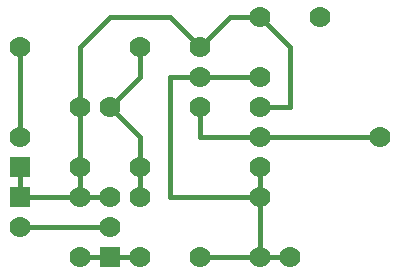
<source format=gbl>
G75*
%MOIN*%
%OFA0B0*%
%FSLAX25Y25*%
%IPPOS*%
%LPD*%
%AMOC8*
5,1,8,0,0,1.08239X$1,22.5*
%
%ADD10R,0.07000X0.07000*%
%ADD11C,0.07000*%
%ADD12C,0.01600*%
D10*
X0041236Y0011236D03*
X0011236Y0031236D03*
X0011236Y0041236D03*
D11*
X0011236Y0021236D03*
X0031236Y0011236D03*
X0041236Y0021236D03*
X0041236Y0031236D03*
X0031236Y0031236D03*
X0031236Y0041236D03*
X0051236Y0041236D03*
X0051236Y0031236D03*
X0051236Y0011236D03*
X0071236Y0011236D03*
X0091236Y0011236D03*
X0101236Y0011236D03*
X0091236Y0031236D03*
X0091236Y0041236D03*
X0091236Y0051236D03*
X0091236Y0061236D03*
X0091236Y0071236D03*
X0071236Y0071236D03*
X0071236Y0061236D03*
X0071236Y0081236D03*
X0091236Y0091236D03*
X0111236Y0091236D03*
X0131236Y0051236D03*
X0051236Y0081236D03*
X0041236Y0061236D03*
X0031236Y0061236D03*
X0011236Y0051236D03*
X0011236Y0081236D03*
D12*
X0011236Y0051236D01*
X0011236Y0041236D02*
X0011236Y0031236D01*
X0031236Y0031236D01*
X0031236Y0041236D01*
X0031236Y0061236D01*
X0031236Y0081236D01*
X0041236Y0091236D01*
X0061236Y0091236D01*
X0071236Y0081236D01*
X0081236Y0091236D01*
X0091236Y0091236D01*
X0101236Y0081236D01*
X0101236Y0061236D01*
X0091236Y0061236D01*
X0091236Y0051236D02*
X0131236Y0051236D01*
X0091236Y0051236D02*
X0071236Y0051236D01*
X0071236Y0061236D01*
X0071236Y0071236D02*
X0061236Y0071236D01*
X0061236Y0031236D01*
X0091236Y0031236D01*
X0091236Y0041236D01*
X0091236Y0011236D01*
X0071236Y0011236D01*
X0091236Y0011236D02*
X0101236Y0011236D01*
X0051236Y0011236D02*
X0041236Y0011236D01*
X0031236Y0011236D01*
X0041236Y0021236D02*
X0011236Y0021236D01*
X0031236Y0031236D02*
X0041236Y0031236D01*
X0051236Y0031236D02*
X0051236Y0041236D01*
X0051236Y0051236D01*
X0041236Y0061236D01*
X0051236Y0071236D01*
X0051236Y0081236D01*
X0051236Y0071236D01*
X0041236Y0061236D01*
X0051236Y0051236D01*
X0051236Y0041236D01*
X0071236Y0071236D02*
X0091236Y0071236D01*
M02*

</source>
